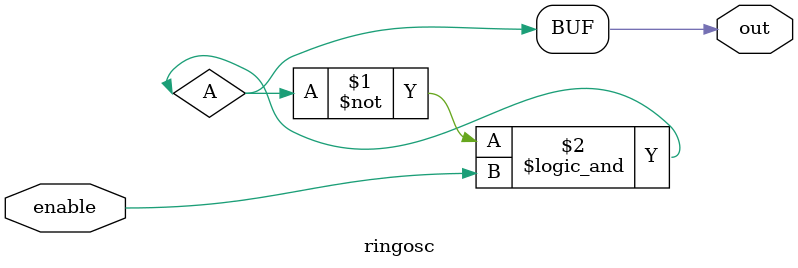
<source format=v>
/*
 **
 ** Copyright 2019 Karlsruhe Institute of Technology, Chair of Dependable Nano Computing
 **
 ** Permission is hereby granted, free of charge, to any person obtaining a copy of this software
 ** and associated documentation files (the "Software"), to deal in the Software without restriction, 
 ** including without limitation the rights to use, copy, modify, merge, publish, distribute, sublicense, 
 ** and/or sell copies of the Software, and to permit persons to whom the Software is furnished to do 
 ** so, subject to the following conditions:
 **
 ** The above copyright notice and this permission notice shall be included in all copies or substantial 
 ** portions of the Software.
 **
 ** THE SOFTWARE IS PROVIDED "AS IS", WITHOUT WARRANTY OF ANY KIND, EXPRESS OR IMPLIED, INCLUDING BUT NOT 
 ** LIMITED TO THE WARRANTIES OF MERCHANTABILITY, FITNESS FOR A PARTICULAR PURPOSE AND NONINFRINGEMENT. 
 ** IN NO EVENT SHALL THE AUTHORS OR COPYRIGHT HOLDERS BE LIABLE FOR ANY CLAIM, DAMAGES OR OTHER LIABILITY, 
 ** WHETHER IN AN ACTION OF CONTRACT, TORT OR OTHERWISE, ARISING FROM, OUT OF OR IN CONNECTION WITH THE 
 ** SOFTWARE OR THE USE OR OTHER DEALINGS IN THE SOFTWARE.
 **
 */
 
module ringosc( enable, out );
	input enable;
	output out;
	(* keep *) wire A /* synthesis syn_keep=1 keep=1 */;
	//(* keep *) wire B /* synthesis syn_keep=1 keep=1 */;
	//(* keep *) wire C /* synthesis syn_keep=1 keep=1 */;
	//assign B = ~A;
	//assign C = ~B;
	assign A = ~A && enable;
	assign out = A;	
endmodule


</source>
